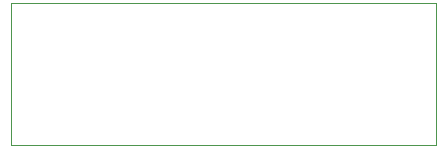
<source format=gbr>
%TF.GenerationSoftware,KiCad,Pcbnew,8.0.6-1.fc40*%
%TF.CreationDate,2025-02-15T18:39:24+01:00*%
%TF.ProjectId,airMouse-thumb,6169724d-6f75-4736-952d-7468756d622e,RC1*%
%TF.SameCoordinates,Original*%
%TF.FileFunction,Profile,NP*%
%FSLAX46Y46*%
G04 Gerber Fmt 4.6, Leading zero omitted, Abs format (unit mm)*
G04 Created by KiCad (PCBNEW 8.0.6-1.fc40) date 2025-02-15 18:39:24*
%MOMM*%
%LPD*%
G01*
G04 APERTURE LIST*
%TA.AperFunction,Profile*%
%ADD10C,0.050000*%
%TD*%
G04 APERTURE END LIST*
D10*
X146000000Y-54000000D02*
X182000000Y-54000000D01*
X182000000Y-66000000D01*
X146000000Y-66000000D01*
X146000000Y-54000000D01*
M02*

</source>
